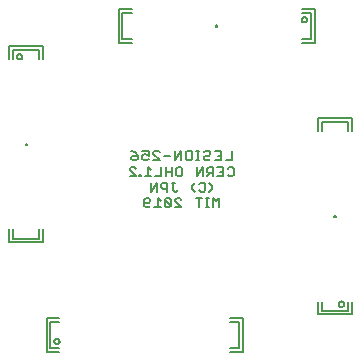
<source format=gbo>
G04 This is an RS-274x file exported by *
G04 gerbv version 2.6A *
G04 More information is available about gerbv at *
G04 http://gerbv.geda-project.org/ *
G04 --End of header info--*
%MOIN*%
%FSLAX36Y36*%
%IPPOS*%
G04 --Define apertures--*
%ADD10C,0.0060*%
%ADD11C,0.0070*%
%ADD12C,0.0050*%
G04 --Start main section--*
G54D10*
G01X0587870Y1511970D02*
G01X0587890Y1512290D01*
G01X0587890Y1512290D02*
G01X0587950Y1512600D01*
G01X0587950Y1512600D02*
G01X0588040Y1512910D01*
G01X0588040Y1512910D02*
G01X0588170Y1513200D01*
G01X0588170Y1513200D02*
G01X0588340Y1513470D01*
G01X0588340Y1513470D02*
G01X0588530Y1513720D01*
G01X0588530Y1513720D02*
G01X0588760Y1513950D01*
G01X0588760Y1513950D02*
G01X0589010Y1514140D01*
G01X0589010Y1514140D02*
G01X0589280Y1514310D01*
G01X0589280Y1514310D02*
G01X0589570Y1514440D01*
G01X0589570Y1514440D02*
G01X0589880Y1514530D01*
G01X0589880Y1514530D02*
G01X0590190Y1514590D01*
G01X0590190Y1514590D02*
G01X0590510Y1514610D01*
G01X0590510Y1514610D02*
G01X0590830Y1514590D01*
G01X0590830Y1514590D02*
G01X0591140Y1514530D01*
G01X0591140Y1514530D02*
G01X0591450Y1514440D01*
G01X0591450Y1514440D02*
G01X0591740Y1514310D01*
G01X0591740Y1514310D02*
G01X0592010Y1514140D01*
G01X0592010Y1514140D02*
G01X0592260Y1513950D01*
G01X0592260Y1513950D02*
G01X0592490Y1513720D01*
G01X0592490Y1513720D02*
G01X0592680Y1513470D01*
G01X0592680Y1513470D02*
G01X0592850Y1513200D01*
G01X0592850Y1513200D02*
G01X0592980Y1512910D01*
G01X0592980Y1512910D02*
G01X0593070Y1512600D01*
G01X0593070Y1512600D02*
G01X0593130Y1512290D01*
G01X0593130Y1512290D02*
G01X0593150Y1511970D01*
G01X0593150Y1511970D02*
G01X0593130Y1511650D01*
G01X0593130Y1511650D02*
G01X0593070Y1511340D01*
G01X0593070Y1511340D02*
G01X0592980Y1511030D01*
G01X0592980Y1511030D02*
G01X0592850Y1510740D01*
G01X0592850Y1510740D02*
G01X0592680Y1510470D01*
G01X0592680Y1510470D02*
G01X0592490Y1510220D01*
G01X0592490Y1510220D02*
G01X0592260Y1509990D01*
G01X0592260Y1509990D02*
G01X0592010Y1509800D01*
G01X0592010Y1509800D02*
G01X0591740Y1509630D01*
G01X0591740Y1509630D02*
G01X0591450Y1509500D01*
G01X0591450Y1509500D02*
G01X0591140Y1509410D01*
G01X0591140Y1509410D02*
G01X0590830Y1509350D01*
G01X0590830Y1509350D02*
G01X0590510Y1509330D01*
G01X0590510Y1509330D02*
G01X0590190Y1509350D01*
G01X0590190Y1509350D02*
G01X0589880Y1509410D01*
G01X0589880Y1509410D02*
G01X0589570Y1509500D01*
G01X0589570Y1509500D02*
G01X0589280Y1509630D01*
G01X0589280Y1509630D02*
G01X0589010Y1509800D01*
G01X0589010Y1509800D02*
G01X0588760Y1509990D01*
G01X0588760Y1509990D02*
G01X0588530Y1510220D01*
G01X0588530Y1510220D02*
G01X0588340Y1510470D01*
G01X0588340Y1510470D02*
G01X0588170Y1510740D01*
G01X0588170Y1510740D02*
G01X0588040Y1511030D01*
G01X0588040Y1511030D02*
G01X0587950Y1511340D01*
G01X0587950Y1511340D02*
G01X0587890Y1511650D01*
G01X0587890Y1511650D02*
G01X0587870Y1511970D01*
G01X1221930Y1905870D02*
G01X1221950Y1906190D01*
G01X1221950Y1906190D02*
G01X1222010Y1906500D01*
G01X1222010Y1906500D02*
G01X1222100Y1906810D01*
G01X1222100Y1906810D02*
G01X1222230Y1907100D01*
G01X1222230Y1907100D02*
G01X1222400Y1907370D01*
G01X1222400Y1907370D02*
G01X1222590Y1907620D01*
G01X1222590Y1907620D02*
G01X1222820Y1907850D01*
G01X1222820Y1907850D02*
G01X1223070Y1908040D01*
G01X1223070Y1908040D02*
G01X1223340Y1908210D01*
G01X1223340Y1908210D02*
G01X1223630Y1908340D01*
G01X1223630Y1908340D02*
G01X1223940Y1908430D01*
G01X1223940Y1908430D02*
G01X1224250Y1908490D01*
G01X1224250Y1908490D02*
G01X1224570Y1908510D01*
G01X1224570Y1908510D02*
G01X1224890Y1908490D01*
G01X1224890Y1908490D02*
G01X1225200Y1908430D01*
G01X1225200Y1908430D02*
G01X1225510Y1908340D01*
G01X1225510Y1908340D02*
G01X1225800Y1908210D01*
G01X1225800Y1908210D02*
G01X1226070Y1908040D01*
G01X1226070Y1908040D02*
G01X1226320Y1907850D01*
G01X1226320Y1907850D02*
G01X1226550Y1907620D01*
G01X1226550Y1907620D02*
G01X1226740Y1907370D01*
G01X1226740Y1907370D02*
G01X1226910Y1907100D01*
G01X1226910Y1907100D02*
G01X1227040Y1906810D01*
G01X1227040Y1906810D02*
G01X1227130Y1906500D01*
G01X1227130Y1906500D02*
G01X1227190Y1906190D01*
G01X1227190Y1906190D02*
G01X1227210Y1905870D01*
G01X1227210Y1905870D02*
G01X1227190Y1905550D01*
G01X1227190Y1905550D02*
G01X1227130Y1905240D01*
G01X1227130Y1905240D02*
G01X1227040Y1904930D01*
G01X1227040Y1904930D02*
G01X1226910Y1904640D01*
G01X1226910Y1904640D02*
G01X1226740Y1904370D01*
G01X1226740Y1904370D02*
G01X1226550Y1904120D01*
G01X1226550Y1904120D02*
G01X1226320Y1903890D01*
G01X1226320Y1903890D02*
G01X1226070Y1903700D01*
G01X1226070Y1903700D02*
G01X1225800Y1903530D01*
G01X1225800Y1903530D02*
G01X1225510Y1903400D01*
G01X1225510Y1903400D02*
G01X1225200Y1903310D01*
G01X1225200Y1903310D02*
G01X1224890Y1903250D01*
G01X1224890Y1903250D02*
G01X1224570Y1903230D01*
G01X1224570Y1903230D02*
G01X1224250Y1903250D01*
G01X1224250Y1903250D02*
G01X1223940Y1903310D01*
G01X1223940Y1903310D02*
G01X1223630Y1903400D01*
G01X1223630Y1903400D02*
G01X1223340Y1903530D01*
G01X1223340Y1903530D02*
G01X1223070Y1903700D01*
G01X1223070Y1903700D02*
G01X1222820Y1903890D01*
G01X1222820Y1903890D02*
G01X1222590Y1904120D01*
G01X1222590Y1904120D02*
G01X1222400Y1904370D01*
G01X1222400Y1904370D02*
G01X1222230Y1904640D01*
G01X1222230Y1904640D02*
G01X1222100Y1904930D01*
G01X1222100Y1904930D02*
G01X1222010Y1905240D01*
G01X1222010Y1905240D02*
G01X1221950Y1905550D01*
G01X1221950Y1905550D02*
G01X1221930Y1905870D01*
G01X1615820Y1271810D02*
G01X1615840Y1272130D01*
G01X1615840Y1272130D02*
G01X1615900Y1272440D01*
G01X1615900Y1272440D02*
G01X1615990Y1272750D01*
G01X1615990Y1272750D02*
G01X1616120Y1273040D01*
G01X1616120Y1273040D02*
G01X1616290Y1273310D01*
G01X1616290Y1273310D02*
G01X1616480Y1273560D01*
G01X1616480Y1273560D02*
G01X1616710Y1273790D01*
G01X1616710Y1273790D02*
G01X1616960Y1273980D01*
G01X1616960Y1273980D02*
G01X1617230Y1274150D01*
G01X1617230Y1274150D02*
G01X1617520Y1274280D01*
G01X1617520Y1274280D02*
G01X1617830Y1274370D01*
G01X1617830Y1274370D02*
G01X1618140Y1274430D01*
G01X1618140Y1274430D02*
G01X1618460Y1274450D01*
G01X1618460Y1274450D02*
G01X1618780Y1274430D01*
G01X1618780Y1274430D02*
G01X1619090Y1274370D01*
G01X1619090Y1274370D02*
G01X1619400Y1274280D01*
G01X1619400Y1274280D02*
G01X1619690Y1274150D01*
G01X1619690Y1274150D02*
G01X1619960Y1273980D01*
G01X1619960Y1273980D02*
G01X1620210Y1273790D01*
G01X1620210Y1273790D02*
G01X1620440Y1273560D01*
G01X1620440Y1273560D02*
G01X1620630Y1273310D01*
G01X1620630Y1273310D02*
G01X1620800Y1273040D01*
G01X1620800Y1273040D02*
G01X1620930Y1272750D01*
G01X1620930Y1272750D02*
G01X1621020Y1272440D01*
G01X1621020Y1272440D02*
G01X1621080Y1272130D01*
G01X1621080Y1272130D02*
G01X1621100Y1271810D01*
G01X1621100Y1271810D02*
G01X1621080Y1271490D01*
G01X1621080Y1271490D02*
G01X1621020Y1271180D01*
G01X1621020Y1271180D02*
G01X1620930Y1270870D01*
G01X1620930Y1270870D02*
G01X1620800Y1270580D01*
G01X1620800Y1270580D02*
G01X1620630Y1270310D01*
G01X1620630Y1270310D02*
G01X1620440Y1270060D01*
G01X1620440Y1270060D02*
G01X1620210Y1269830D01*
G01X1620210Y1269830D02*
G01X1619960Y1269640D01*
G01X1619960Y1269640D02*
G01X1619690Y1269470D01*
G01X1619690Y1269470D02*
G01X1619400Y1269340D01*
G01X1619400Y1269340D02*
G01X1619090Y1269250D01*
G01X1619090Y1269250D02*
G01X1618780Y1269190D01*
G01X1618780Y1269190D02*
G01X1618460Y1269170D01*
G01X1618460Y1269170D02*
G01X1618140Y1269190D01*
G01X1618140Y1269190D02*
G01X1617830Y1269250D01*
G01X1617830Y1269250D02*
G01X1617520Y1269340D01*
G01X1617520Y1269340D02*
G01X1617230Y1269470D01*
G01X1617230Y1269470D02*
G01X1616960Y1269640D01*
G01X1616960Y1269640D02*
G01X1616710Y1269830D01*
G01X1616710Y1269830D02*
G01X1616480Y1270060D01*
G01X1616480Y1270060D02*
G01X1616290Y1270310D01*
G01X1616290Y1270310D02*
G01X1616120Y1270580D01*
G01X1616120Y1270580D02*
G01X1615990Y1270870D01*
G01X1615990Y1270870D02*
G01X1615900Y1271180D01*
G01X1615900Y1271180D02*
G01X1615840Y1271490D01*
G01X1615840Y1271490D02*
G01X1615820Y1271810D01*
G54D11*
G01X1281790Y1410850D02*
G01X1276720Y1405780D01*
G01X1276720Y1405780D02*
G01X1266580Y1405780D01*
G01X1266580Y1405780D02*
G01X1261510Y1410850D01*
G01X1247350Y1405780D02*
G01X1247350Y1436210D01*
G01X1247350Y1436210D02*
G01X1227070Y1436210D01*
G01X1212910Y1436210D02*
G01X1197700Y1436210D01*
G01X1197700Y1436210D02*
G01X1192630Y1431140D01*
G01X1192630Y1431140D02*
G01X1192630Y1420990D01*
G01X1192630Y1420990D02*
G01X1197700Y1415920D01*
G01X1197700Y1415920D02*
G01X1212910Y1415920D01*
G01X1202770Y1415920D02*
G01X1192630Y1405780D01*
G01X1178480Y1405780D02*
G01X1178480Y1436210D01*
G01X1178480Y1436210D02*
G01X1158190Y1405780D01*
G01X1158190Y1405780D02*
G01X1158190Y1436210D01*
G01X1156650Y1458380D02*
G01X1167450Y1458380D01*
G01X1162050Y1458380D02*
G01X1162050Y1490780D01*
G01X1167450Y1490780D02*
G01X1156650Y1490780D01*
G01X1143280Y1485380D02*
G01X1143280Y1463780D01*
G01X1143280Y1463780D02*
G01X1137880Y1458380D01*
G01X1137880Y1458380D02*
G01X1127080Y1458380D01*
G01X1127080Y1458380D02*
G01X1121680Y1463780D01*
G01X1121680Y1463780D02*
G01X1121680Y1485380D01*
G01X1121680Y1485380D02*
G01X1127080Y1490780D01*
G01X1127080Y1490780D02*
G01X1137880Y1490780D01*
G01X1137880Y1490780D02*
G01X1143280Y1485380D01*
G01X1107030Y1490780D02*
G01X1107030Y1458380D01*
G01X1085430Y1458380D02*
G01X1085430Y1490780D01*
G01X1107030Y1490780D02*
G01X1085430Y1458380D01*
G01X1070780Y1474580D02*
G01X1049180Y1474580D01*
G01X1034530Y1485380D02*
G01X1029130Y1490780D01*
G01X1029130Y1490780D02*
G01X1018330Y1490780D01*
G01X1018330Y1490780D02*
G01X1012930Y1485380D01*
G01X1012930Y1485380D02*
G01X1012930Y1479980D01*
G01X1012930Y1479980D02*
G01X1034530Y1458380D01*
G01X1034530Y1458380D02*
G01X1012930Y1458380D01*
G01X0998280Y1463780D02*
G01X0992880Y1458380D01*
G01X0992880Y1458380D02*
G01X0982080Y1458380D01*
G01X0982080Y1458380D02*
G01X0976680Y1463780D01*
G01X0976680Y1463780D02*
G01X0976680Y1474580D01*
G01X0976680Y1474580D02*
G01X0982080Y1479980D01*
G01X0982080Y1479980D02*
G01X0987480Y1479980D01*
G01X0987480Y1479980D02*
G01X0998280Y1474580D01*
G01X0998280Y1474580D02*
G01X0998280Y1490780D01*
G01X0998280Y1490780D02*
G01X0976680Y1490780D01*
G01X0962030Y1474580D02*
G01X0945830Y1474580D01*
G01X0945830Y1474580D02*
G01X0940430Y1469180D01*
G01X0940430Y1469180D02*
G01X0940430Y1463780D01*
G01X0940430Y1463780D02*
G01X0945830Y1458380D01*
G01X0945830Y1458380D02*
G01X0956630Y1458380D01*
G01X0956630Y1458380D02*
G01X0962030Y1463780D01*
G01X0962030Y1463780D02*
G01X0962030Y1474580D01*
G01X0962030Y1474580D02*
G01X0951230Y1485380D01*
G01X0951230Y1485380D02*
G01X0940430Y1490780D01*
G01X0939410Y1436210D02*
G01X0949550Y1436210D01*
G01X0949550Y1436210D02*
G01X0954620Y1431140D01*
G01X0939410Y1436210D02*
G01X0934340Y1431140D01*
G01X0934340Y1431140D02*
G01X0934340Y1426060D01*
G01X0934340Y1426060D02*
G01X0954620Y1405780D01*
G01X0954620Y1405780D02*
G01X0934340Y1405780D01*
G01X0966770Y1405780D02*
G01X0971840Y1405780D01*
G01X0971840Y1405780D02*
G01X0971840Y1410850D01*
G01X0971840Y1410850D02*
G01X0966770Y1410850D01*
G01X0966770Y1410850D02*
G01X0966770Y1405780D01*
G01X0986000Y1405780D02*
G01X1006280Y1405780D01*
G01X0996140Y1405780D02*
G01X0996140Y1436210D01*
G01X0996140Y1436210D02*
G01X1006280Y1426060D01*
G01X1020440Y1405780D02*
G01X1040720Y1405780D01*
G01X1040720Y1405780D02*
G01X1040720Y1436210D01*
G01X1054870Y1436210D02*
G01X1054870Y1405780D01*
G01X1054870Y1420990D02*
G01X1075160Y1420990D01*
G01X1075160Y1405780D02*
G01X1075160Y1436210D01*
G01X1089310Y1431140D02*
G01X1089310Y1410850D01*
G01X1089310Y1410850D02*
G01X1094380Y1405780D01*
G01X1094380Y1405780D02*
G01X1104530Y1405780D01*
G01X1104530Y1405780D02*
G01X1109600Y1410850D01*
G01X1109600Y1410850D02*
G01X1109600Y1431140D01*
G01X1109600Y1431140D02*
G01X1104530Y1436210D01*
G01X1104530Y1436210D02*
G01X1094380Y1436210D01*
G01X1094380Y1436210D02*
G01X1089310Y1431140D01*
G01X1085110Y1384260D02*
G01X1074960Y1384260D01*
G01X1080030Y1384260D02*
G01X1080030Y1358900D01*
G01X1080030Y1358900D02*
G01X1085110Y1353830D01*
G01X1085110Y1353830D02*
G01X1090180Y1353830D01*
G01X1090180Y1353830D02*
G01X1095250Y1358900D01*
G01X1091510Y1332310D02*
G01X1101660Y1332310D01*
G01X1101660Y1332310D02*
G01X1106730Y1327240D01*
G01X1091510Y1332310D02*
G01X1086440Y1327240D01*
G01X1086440Y1327240D02*
G01X1086440Y1322170D01*
G01X1086440Y1322170D02*
G01X1106730Y1301890D01*
G01X1106730Y1301890D02*
G01X1086440Y1301890D01*
G01X1072290Y1306960D02*
G01X1072290Y1327240D01*
G01X1072290Y1327240D02*
G01X1067220Y1332310D01*
G01X1067220Y1332310D02*
G01X1057080Y1332310D01*
G01X1057080Y1332310D02*
G01X1052000Y1327240D01*
G01X1052000Y1327240D02*
G01X1072290Y1306960D01*
G01X1072290Y1306960D02*
G01X1067220Y1301890D01*
G01X1067220Y1301890D02*
G01X1057080Y1301890D01*
G01X1057080Y1301890D02*
G01X1052000Y1306960D01*
G01X1052000Y1306960D02*
G01X1052000Y1327240D01*
G01X1037850Y1322170D02*
G01X1027710Y1332310D01*
G01X1027710Y1332310D02*
G01X1027710Y1301890D01*
G01X1037850Y1301890D02*
G01X1017570Y1301890D01*
G01X1003410Y1306960D02*
G01X0998340Y1301890D01*
G01X0998340Y1301890D02*
G01X0988200Y1301890D01*
G01X0988200Y1301890D02*
G01X0983130Y1306960D01*
G01X0983130Y1306960D02*
G01X0983130Y1327240D01*
G01X0983130Y1327240D02*
G01X0988200Y1332310D01*
G01X0988200Y1332310D02*
G01X0998340Y1332310D01*
G01X0998340Y1332310D02*
G01X1003410Y1327240D01*
G01X1003410Y1327240D02*
G01X1003410Y1322170D01*
G01X1003410Y1322170D02*
G01X0998340Y1317100D01*
G01X0998340Y1317100D02*
G01X0983130Y1317100D01*
G01X1006090Y1353830D02*
G01X1006090Y1384260D01*
G01X1026370Y1384260D02*
G01X1006090Y1353830D01*
G01X1026370Y1353830D02*
G01X1026370Y1384260D01*
G01X1040520Y1379190D02*
G01X1040520Y1369050D01*
G01X1040520Y1369050D02*
G01X1045600Y1363970D01*
G01X1045600Y1363970D02*
G01X1060810Y1363970D01*
G01X1060810Y1353830D02*
G01X1060810Y1384260D01*
G01X1060810Y1384260D02*
G01X1045600Y1384260D01*
G01X1045600Y1384260D02*
G01X1040520Y1379190D01*
G01X1142500Y1374120D02*
G01X1142500Y1363970D01*
G01X1142500Y1363970D02*
G01X1152650Y1353830D01*
G01X1166800Y1358900D02*
G01X1171870Y1353830D01*
G01X1171870Y1353830D02*
G01X1182010Y1353830D01*
G01X1182010Y1353830D02*
G01X1187090Y1358900D01*
G01X1187090Y1358900D02*
G01X1187090Y1379190D01*
G01X1187090Y1379190D02*
G01X1182010Y1384260D01*
G01X1182010Y1384260D02*
G01X1171870Y1384260D01*
G01X1171870Y1384260D02*
G01X1166800Y1379190D01*
G01X1152650Y1384260D02*
G01X1142500Y1374120D01*
G01X1155320Y1332310D02*
G01X1175610Y1332310D01*
G01X1165460Y1332310D02*
G01X1165460Y1301890D01*
G01X1188420Y1301890D02*
G01X1198560Y1301890D01*
G01X1193490Y1301890D02*
G01X1193490Y1332310D01*
G01X1198560Y1332310D02*
G01X1188420Y1332310D01*
G01X1212720Y1332310D02*
G01X1212720Y1301890D01*
G01X1233000Y1301890D02*
G01X1233000Y1332310D01*
G01X1233000Y1332310D02*
G01X1222860Y1322170D01*
G01X1222860Y1322170D02*
G01X1212720Y1332310D01*
G01X1199900Y1353830D02*
G01X1210040Y1363970D01*
G01X1210040Y1363970D02*
G01X1210040Y1374120D01*
G01X1210040Y1374120D02*
G01X1199900Y1384260D01*
G01X1212910Y1405780D02*
G01X1212910Y1436210D01*
G01X1218350Y1458380D02*
G01X1239950Y1458380D01*
G01X1239950Y1458380D02*
G01X1239950Y1490780D01*
G01X1239950Y1490780D02*
G01X1218350Y1490780D01*
G01X1203700Y1485380D02*
G01X1203700Y1479980D01*
G01X1203700Y1479980D02*
G01X1198300Y1474580D01*
G01X1198300Y1474580D02*
G01X1187500Y1474580D01*
G01X1187500Y1474580D02*
G01X1182100Y1469180D01*
G01X1182100Y1469180D02*
G01X1182100Y1463780D01*
G01X1182100Y1463780D02*
G01X1187500Y1458380D01*
G01X1187500Y1458380D02*
G01X1198300Y1458380D01*
G01X1198300Y1458380D02*
G01X1203700Y1463780D01*
G01X1203700Y1485380D02*
G01X1198300Y1490780D01*
G01X1198300Y1490780D02*
G01X1187500Y1490780D01*
G01X1187500Y1490780D02*
G01X1182100Y1485380D01*
G01X1229150Y1474580D02*
G01X1239950Y1474580D01*
G01X1254610Y1458380D02*
G01X1276200Y1458380D01*
G01X1276200Y1458380D02*
G01X1276200Y1490780D01*
G01X1276720Y1436210D02*
G01X1281790Y1431140D01*
G01X1281790Y1431140D02*
G01X1281790Y1410850D01*
G01X1276720Y1436210D02*
G01X1266580Y1436210D01*
G01X1266580Y1436210D02*
G01X1261510Y1431140D01*
G01X1247350Y1420990D02*
G01X1237210Y1420990D01*
G01X1247350Y1405780D02*
G01X1227070Y1405780D01*
G54D12*
G01X0700940Y0821220D02*
G01X0657640Y0821220D01*
G01X0657640Y0821220D02*
G01X0657640Y0934610D01*
G01X0657640Y0934610D02*
G01X0700940Y0934610D01*
G01X0700940Y0921220D02*
G01X0669450Y0921220D01*
G01X0669450Y0921220D02*
G01X0669450Y0834610D01*
G01X0669450Y0834610D02*
G01X0700940Y0834610D01*
G01X0683210Y0856090D02*
G01X0683230Y0856690D01*
G01X0683230Y0856690D02*
G01X0683290Y0857280D01*
G01X0683290Y0857280D02*
G01X0683390Y0857870D01*
G01X0683390Y0857870D02*
G01X0683530Y0858450D01*
G01X0683530Y0858450D02*
G01X0683700Y0859020D01*
G01X0683700Y0859020D02*
G01X0683920Y0859580D01*
G01X0683920Y0859580D02*
G01X0684170Y0860120D01*
G01X0684170Y0860120D02*
G01X0684460Y0860650D01*
G01X0684460Y0860650D02*
G01X0684780Y0861150D01*
G01X0684780Y0861150D02*
G01X0685130Y0861630D01*
G01X0685130Y0861630D02*
G01X0685520Y0862090D01*
G01X0685520Y0862090D02*
G01X0685930Y0862520D01*
G01X0685930Y0862520D02*
G01X0686380Y0862920D01*
G01X0686380Y0862920D02*
G01X0686850Y0863290D01*
G01X0686850Y0863290D02*
G01X0687340Y0863630D01*
G01X0687340Y0863630D02*
G01X0687850Y0863930D01*
G01X0687850Y0863930D02*
G01X0688390Y0864200D01*
G01X0688390Y0864200D02*
G01X0688940Y0864430D01*
G01X0688940Y0864430D02*
G01X0689500Y0864630D01*
G01X0689500Y0864630D02*
G01X0690080Y0864790D01*
G01X0690080Y0864790D02*
G01X0690660Y0864910D01*
G01X0690660Y0864910D02*
G01X0691260Y0864990D01*
G01X0691260Y0864990D02*
G01X0691850Y0865030D01*
G01X0691850Y0865030D02*
G01X0692450Y0865030D01*
G01X0692450Y0865030D02*
G01X0693040Y0864990D01*
G01X0693040Y0864990D02*
G01X0693640Y0864910D01*
G01X0693640Y0864910D02*
G01X0694220Y0864790D01*
G01X0694220Y0864790D02*
G01X0694800Y0864630D01*
G01X0694800Y0864630D02*
G01X0695360Y0864430D01*
G01X0695360Y0864430D02*
G01X0695910Y0864200D01*
G01X0695910Y0864200D02*
G01X0696450Y0863930D01*
G01X0696450Y0863930D02*
G01X0696960Y0863630D01*
G01X0696960Y0863630D02*
G01X0697450Y0863290D01*
G01X0697450Y0863290D02*
G01X0697920Y0862920D01*
G01X0697920Y0862920D02*
G01X0698370Y0862520D01*
G01X0698370Y0862520D02*
G01X0698780Y0862090D01*
G01X0698780Y0862090D02*
G01X0699170Y0861630D01*
G01X0699170Y0861630D02*
G01X0699520Y0861150D01*
G01X0699520Y0861150D02*
G01X0699840Y0860650D01*
G01X0699840Y0860650D02*
G01X0700130Y0860120D01*
G01X0700130Y0860120D02*
G01X0700380Y0859580D01*
G01X0700380Y0859580D02*
G01X0700600Y0859020D01*
G01X0700600Y0859020D02*
G01X0700770Y0858450D01*
G01X0700770Y0858450D02*
G01X0700910Y0857870D01*
G01X0700910Y0857870D02*
G01X0701010Y0857280D01*
G01X0701010Y0857280D02*
G01X0701070Y0856690D01*
G01X0701070Y0856690D02*
G01X0701090Y0856090D01*
G01X0701090Y0856090D02*
G01X0701070Y0855490D01*
G01X0701070Y0855490D02*
G01X0701010Y0854900D01*
G01X0701010Y0854900D02*
G01X0700910Y0854310D01*
G01X0700910Y0854310D02*
G01X0700770Y0853730D01*
G01X0700770Y0853730D02*
G01X0700600Y0853160D01*
G01X0700600Y0853160D02*
G01X0700380Y0852600D01*
G01X0700380Y0852600D02*
G01X0700130Y0852060D01*
G01X0700130Y0852060D02*
G01X0699840Y0851530D01*
G01X0699840Y0851530D02*
G01X0699520Y0851030D01*
G01X0699520Y0851030D02*
G01X0699170Y0850550D01*
G01X0699170Y0850550D02*
G01X0698780Y0850090D01*
G01X0698780Y0850090D02*
G01X0698370Y0849660D01*
G01X0698370Y0849660D02*
G01X0697920Y0849260D01*
G01X0697920Y0849260D02*
G01X0697450Y0848890D01*
G01X0697450Y0848890D02*
G01X0696960Y0848550D01*
G01X0696960Y0848550D02*
G01X0696450Y0848250D01*
G01X0696450Y0848250D02*
G01X0695910Y0847980D01*
G01X0695910Y0847980D02*
G01X0695360Y0847750D01*
G01X0695360Y0847750D02*
G01X0694800Y0847550D01*
G01X0694800Y0847550D02*
G01X0694220Y0847390D01*
G01X0694220Y0847390D02*
G01X0693640Y0847270D01*
G01X0693640Y0847270D02*
G01X0693040Y0847190D01*
G01X0693040Y0847190D02*
G01X0692450Y0847150D01*
G01X0692450Y0847150D02*
G01X0691850Y0847150D01*
G01X0691850Y0847150D02*
G01X0691260Y0847190D01*
G01X0691260Y0847190D02*
G01X0690660Y0847270D01*
G01X0690660Y0847270D02*
G01X0690080Y0847390D01*
G01X0690080Y0847390D02*
G01X0689500Y0847550D01*
G01X0689500Y0847550D02*
G01X0688940Y0847750D01*
G01X0688940Y0847750D02*
G01X0688390Y0847980D01*
G01X0688390Y0847980D02*
G01X0687850Y0848250D01*
G01X0687850Y0848250D02*
G01X0687340Y0848550D01*
G01X0687340Y0848550D02*
G01X0686850Y0848890D01*
G01X0686850Y0848890D02*
G01X0686380Y0849260D01*
G01X0686380Y0849260D02*
G01X0685930Y0849660D01*
G01X0685930Y0849660D02*
G01X0685520Y0850090D01*
G01X0685520Y0850090D02*
G01X0685130Y0850550D01*
G01X0685130Y0850550D02*
G01X0684780Y0851030D01*
G01X0684780Y0851030D02*
G01X0684460Y0851530D01*
G01X0684460Y0851530D02*
G01X0684170Y0852060D01*
G01X0684170Y0852060D02*
G01X0683920Y0852600D01*
G01X0683920Y0852600D02*
G01X0683700Y0853160D01*
G01X0683700Y0853160D02*
G01X0683530Y0853730D01*
G01X0683530Y0853730D02*
G01X0683390Y0854310D01*
G01X0683390Y0854310D02*
G01X0683290Y0854900D01*
G01X0683290Y0854900D02*
G01X0683230Y0855490D01*
G01X0683230Y0855490D02*
G01X0683210Y0856090D01*
G01X0647200Y1185200D02*
G01X0533820Y1185200D01*
G01X0533820Y1185200D02*
G01X0533820Y1228500D01*
G01X0547200Y1228500D02*
G01X0547200Y1197010D01*
G01X0547200Y1197010D02*
G01X0633820Y1197010D01*
G01X0633820Y1197010D02*
G01X0633820Y1228500D01*
G01X0647200Y1228500D02*
G01X0647200Y1185200D01*
G01X0647200Y1795430D02*
G01X0647200Y1838740D01*
G01X0647200Y1838740D02*
G01X0533820Y1838740D01*
G01X0533820Y1838740D02*
G01X0533820Y1795430D01*
G01X0547200Y1795430D02*
G01X0547200Y1826930D01*
G01X0547200Y1826930D02*
G01X0633820Y1826930D01*
G01X0633820Y1826930D02*
G01X0633820Y1795430D01*
G01X0559750Y1804230D02*
G01X0559770Y1804830D01*
G01X0559770Y1804830D02*
G01X0559830Y1805420D01*
G01X0559830Y1805420D02*
G01X0559930Y1806010D01*
G01X0559930Y1806010D02*
G01X0560070Y1806590D01*
G01X0560070Y1806590D02*
G01X0560240Y1807160D01*
G01X0560240Y1807160D02*
G01X0560460Y1807720D01*
G01X0560460Y1807720D02*
G01X0560710Y1808260D01*
G01X0560710Y1808260D02*
G01X0561000Y1808790D01*
G01X0561000Y1808790D02*
G01X0561320Y1809290D01*
G01X0561320Y1809290D02*
G01X0561670Y1809770D01*
G01X0561670Y1809770D02*
G01X0562060Y1810230D01*
G01X0562060Y1810230D02*
G01X0562470Y1810660D01*
G01X0562470Y1810660D02*
G01X0562920Y1811060D01*
G01X0562920Y1811060D02*
G01X0563390Y1811430D01*
G01X0563390Y1811430D02*
G01X0563880Y1811770D01*
G01X0563880Y1811770D02*
G01X0564390Y1812070D01*
G01X0564390Y1812070D02*
G01X0564930Y1812340D01*
G01X0564930Y1812340D02*
G01X0565480Y1812570D01*
G01X0565480Y1812570D02*
G01X0566040Y1812770D01*
G01X0566040Y1812770D02*
G01X0566620Y1812930D01*
G01X0566620Y1812930D02*
G01X0567200Y1813050D01*
G01X0567200Y1813050D02*
G01X0567800Y1813130D01*
G01X0567800Y1813130D02*
G01X0568390Y1813170D01*
G01X0568390Y1813170D02*
G01X0568990Y1813170D01*
G01X0568990Y1813170D02*
G01X0569580Y1813130D01*
G01X0569580Y1813130D02*
G01X0570180Y1813050D01*
G01X0570180Y1813050D02*
G01X0570760Y1812930D01*
G01X0570760Y1812930D02*
G01X0571340Y1812770D01*
G01X0571340Y1812770D02*
G01X0571900Y1812570D01*
G01X0571900Y1812570D02*
G01X0572450Y1812340D01*
G01X0572450Y1812340D02*
G01X0572990Y1812070D01*
G01X0572990Y1812070D02*
G01X0573500Y1811770D01*
G01X0573500Y1811770D02*
G01X0573990Y1811430D01*
G01X0573990Y1811430D02*
G01X0574460Y1811060D01*
G01X0574460Y1811060D02*
G01X0574910Y1810660D01*
G01X0574910Y1810660D02*
G01X0575320Y1810230D01*
G01X0575320Y1810230D02*
G01X0575710Y1809770D01*
G01X0575710Y1809770D02*
G01X0576060Y1809290D01*
G01X0576060Y1809290D02*
G01X0576380Y1808790D01*
G01X0576380Y1808790D02*
G01X0576670Y1808260D01*
G01X0576670Y1808260D02*
G01X0576920Y1807720D01*
G01X0576920Y1807720D02*
G01X0577140Y1807160D01*
G01X0577140Y1807160D02*
G01X0577310Y1806590D01*
G01X0577310Y1806590D02*
G01X0577450Y1806010D01*
G01X0577450Y1806010D02*
G01X0577550Y1805420D01*
G01X0577550Y1805420D02*
G01X0577610Y1804830D01*
G01X0577610Y1804830D02*
G01X0577630Y1804230D01*
G01X0577630Y1804230D02*
G01X0577610Y1803630D01*
G01X0577610Y1803630D02*
G01X0577550Y1803040D01*
G01X0577550Y1803040D02*
G01X0577450Y1802450D01*
G01X0577450Y1802450D02*
G01X0577310Y1801870D01*
G01X0577310Y1801870D02*
G01X0577140Y1801300D01*
G01X0577140Y1801300D02*
G01X0576920Y1800740D01*
G01X0576920Y1800740D02*
G01X0576670Y1800200D01*
G01X0576670Y1800200D02*
G01X0576380Y1799670D01*
G01X0576380Y1799670D02*
G01X0576060Y1799170D01*
G01X0576060Y1799170D02*
G01X0575710Y1798690D01*
G01X0575710Y1798690D02*
G01X0575320Y1798230D01*
G01X0575320Y1798230D02*
G01X0574910Y1797800D01*
G01X0574910Y1797800D02*
G01X0574460Y1797400D01*
G01X0574460Y1797400D02*
G01X0573990Y1797030D01*
G01X0573990Y1797030D02*
G01X0573500Y1796690D01*
G01X0573500Y1796690D02*
G01X0572990Y1796390D01*
G01X0572990Y1796390D02*
G01X0572450Y1796120D01*
G01X0572450Y1796120D02*
G01X0571900Y1795890D01*
G01X0571900Y1795890D02*
G01X0571340Y1795690D01*
G01X0571340Y1795690D02*
G01X0570760Y1795530D01*
G01X0570760Y1795530D02*
G01X0570180Y1795410D01*
G01X0570180Y1795410D02*
G01X0569580Y1795330D01*
G01X0569580Y1795330D02*
G01X0568990Y1795290D01*
G01X0568990Y1795290D02*
G01X0568390Y1795290D01*
G01X0568390Y1795290D02*
G01X0567800Y1795330D01*
G01X0567800Y1795330D02*
G01X0567200Y1795410D01*
G01X0567200Y1795410D02*
G01X0566620Y1795530D01*
G01X0566620Y1795530D02*
G01X0566040Y1795690D01*
G01X0566040Y1795690D02*
G01X0565480Y1795890D01*
G01X0565480Y1795890D02*
G01X0564930Y1796120D01*
G01X0564930Y1796120D02*
G01X0564390Y1796390D01*
G01X0564390Y1796390D02*
G01X0563880Y1796690D01*
G01X0563880Y1796690D02*
G01X0563390Y1797030D01*
G01X0563390Y1797030D02*
G01X0562920Y1797400D01*
G01X0562920Y1797400D02*
G01X0562470Y1797800D01*
G01X0562470Y1797800D02*
G01X0562060Y1798230D01*
G01X0562060Y1798230D02*
G01X0561670Y1798690D01*
G01X0561670Y1798690D02*
G01X0561320Y1799170D01*
G01X0561320Y1799170D02*
G01X0561000Y1799670D01*
G01X0561000Y1799670D02*
G01X0560710Y1800200D01*
G01X0560710Y1800200D02*
G01X0560460Y1800740D01*
G01X0560460Y1800740D02*
G01X0560240Y1801300D01*
G01X0560240Y1801300D02*
G01X0560070Y1801870D01*
G01X0560070Y1801870D02*
G01X0559930Y1802450D01*
G01X0559930Y1802450D02*
G01X0559830Y1803040D01*
G01X0559830Y1803040D02*
G01X0559770Y1803630D01*
G01X0559770Y1803630D02*
G01X0559750Y1804230D01*
G01X0897800Y1849170D02*
G01X0941100Y1849170D01*
G01X0941100Y1862560D02*
G01X0909610Y1862560D01*
G01X0909610Y1862560D02*
G01X0909610Y1949170D01*
G01X0909610Y1949170D02*
G01X0941100Y1949170D01*
G01X0941100Y1962560D02*
G01X0897800Y1962560D01*
G01X0897800Y1962560D02*
G01X0897800Y1849170D01*
G01X1508030Y1849170D02*
G01X1551340Y1849170D01*
G01X1551340Y1849170D02*
G01X1551340Y1962560D01*
G01X1551340Y1962560D02*
G01X1508030Y1962560D01*
G01X1508030Y1949170D02*
G01X1539530Y1949170D01*
G01X1539530Y1949170D02*
G01X1539530Y1862560D01*
G01X1539530Y1862560D02*
G01X1508030Y1862560D01*
G01X1507890Y1927690D02*
G01X1507910Y1928290D01*
G01X1507910Y1928290D02*
G01X1507970Y1928880D01*
G01X1507970Y1928880D02*
G01X1508070Y1929470D01*
G01X1508070Y1929470D02*
G01X1508210Y1930050D01*
G01X1508210Y1930050D02*
G01X1508380Y1930620D01*
G01X1508380Y1930620D02*
G01X1508600Y1931180D01*
G01X1508600Y1931180D02*
G01X1508850Y1931720D01*
G01X1508850Y1931720D02*
G01X1509140Y1932250D01*
G01X1509140Y1932250D02*
G01X1509460Y1932750D01*
G01X1509460Y1932750D02*
G01X1509810Y1933230D01*
G01X1509810Y1933230D02*
G01X1510200Y1933690D01*
G01X1510200Y1933690D02*
G01X1510610Y1934120D01*
G01X1510610Y1934120D02*
G01X1511060Y1934520D01*
G01X1511060Y1934520D02*
G01X1511530Y1934890D01*
G01X1511530Y1934890D02*
G01X1512020Y1935230D01*
G01X1512020Y1935230D02*
G01X1512530Y1935530D01*
G01X1512530Y1935530D02*
G01X1513070Y1935800D01*
G01X1513070Y1935800D02*
G01X1513620Y1936030D01*
G01X1513620Y1936030D02*
G01X1514180Y1936230D01*
G01X1514180Y1936230D02*
G01X1514760Y1936390D01*
G01X1514760Y1936390D02*
G01X1515340Y1936510D01*
G01X1515340Y1936510D02*
G01X1515940Y1936590D01*
G01X1515940Y1936590D02*
G01X1516530Y1936630D01*
G01X1516530Y1936630D02*
G01X1517130Y1936630D01*
G01X1517130Y1936630D02*
G01X1517720Y1936590D01*
G01X1517720Y1936590D02*
G01X1518320Y1936510D01*
G01X1518320Y1936510D02*
G01X1518900Y1936390D01*
G01X1518900Y1936390D02*
G01X1519480Y1936230D01*
G01X1519480Y1936230D02*
G01X1520040Y1936030D01*
G01X1520040Y1936030D02*
G01X1520590Y1935800D01*
G01X1520590Y1935800D02*
G01X1521130Y1935530D01*
G01X1521130Y1935530D02*
G01X1521640Y1935230D01*
G01X1521640Y1935230D02*
G01X1522130Y1934890D01*
G01X1522130Y1934890D02*
G01X1522600Y1934520D01*
G01X1522600Y1934520D02*
G01X1523050Y1934120D01*
G01X1523050Y1934120D02*
G01X1523460Y1933690D01*
G01X1523460Y1933690D02*
G01X1523850Y1933230D01*
G01X1523850Y1933230D02*
G01X1524200Y1932750D01*
G01X1524200Y1932750D02*
G01X1524520Y1932250D01*
G01X1524520Y1932250D02*
G01X1524810Y1931720D01*
G01X1524810Y1931720D02*
G01X1525060Y1931180D01*
G01X1525060Y1931180D02*
G01X1525280Y1930620D01*
G01X1525280Y1930620D02*
G01X1525450Y1930050D01*
G01X1525450Y1930050D02*
G01X1525590Y1929470D01*
G01X1525590Y1929470D02*
G01X1525690Y1928880D01*
G01X1525690Y1928880D02*
G01X1525750Y1928290D01*
G01X1525750Y1928290D02*
G01X1525770Y1927690D01*
G01X1525770Y1927690D02*
G01X1525750Y1927090D01*
G01X1525750Y1927090D02*
G01X1525690Y1926500D01*
G01X1525690Y1926500D02*
G01X1525590Y1925910D01*
G01X1525590Y1925910D02*
G01X1525450Y1925330D01*
G01X1525450Y1925330D02*
G01X1525280Y1924760D01*
G01X1525280Y1924760D02*
G01X1525060Y1924200D01*
G01X1525060Y1924200D02*
G01X1524810Y1923660D01*
G01X1524810Y1923660D02*
G01X1524520Y1923130D01*
G01X1524520Y1923130D02*
G01X1524200Y1922630D01*
G01X1524200Y1922630D02*
G01X1523850Y1922150D01*
G01X1523850Y1922150D02*
G01X1523460Y1921690D01*
G01X1523460Y1921690D02*
G01X1523050Y1921260D01*
G01X1523050Y1921260D02*
G01X1522600Y1920860D01*
G01X1522600Y1920860D02*
G01X1522130Y1920490D01*
G01X1522130Y1920490D02*
G01X1521640Y1920150D01*
G01X1521640Y1920150D02*
G01X1521130Y1919850D01*
G01X1521130Y1919850D02*
G01X1520590Y1919580D01*
G01X1520590Y1919580D02*
G01X1520040Y1919350D01*
G01X1520040Y1919350D02*
G01X1519480Y1919150D01*
G01X1519480Y1919150D02*
G01X1518900Y1918990D01*
G01X1518900Y1918990D02*
G01X1518320Y1918870D01*
G01X1518320Y1918870D02*
G01X1517720Y1918790D01*
G01X1517720Y1918790D02*
G01X1517130Y1918750D01*
G01X1517130Y1918750D02*
G01X1516530Y1918750D01*
G01X1516530Y1918750D02*
G01X1515940Y1918790D01*
G01X1515940Y1918790D02*
G01X1515340Y1918870D01*
G01X1515340Y1918870D02*
G01X1514760Y1918990D01*
G01X1514760Y1918990D02*
G01X1514180Y1919150D01*
G01X1514180Y1919150D02*
G01X1513620Y1919350D01*
G01X1513620Y1919350D02*
G01X1513070Y1919580D01*
G01X1513070Y1919580D02*
G01X1512530Y1919850D01*
G01X1512530Y1919850D02*
G01X1512020Y1920150D01*
G01X1512020Y1920150D02*
G01X1511530Y1920490D01*
G01X1511530Y1920490D02*
G01X1511060Y1920860D01*
G01X1511060Y1920860D02*
G01X1510610Y1921260D01*
G01X1510610Y1921260D02*
G01X1510200Y1921690D01*
G01X1510200Y1921690D02*
G01X1509810Y1922150D01*
G01X1509810Y1922150D02*
G01X1509460Y1922630D01*
G01X1509460Y1922630D02*
G01X1509140Y1923130D01*
G01X1509140Y1923130D02*
G01X1508850Y1923660D01*
G01X1508850Y1923660D02*
G01X1508600Y1924200D01*
G01X1508600Y1924200D02*
G01X1508380Y1924760D01*
G01X1508380Y1924760D02*
G01X1508210Y1925330D01*
G01X1508210Y1925330D02*
G01X1508070Y1925910D01*
G01X1508070Y1925910D02*
G01X1507970Y1926500D01*
G01X1507970Y1926500D02*
G01X1507910Y1927090D01*
G01X1507910Y1927090D02*
G01X1507890Y1927690D01*
G01X1561770Y1598580D02*
G01X1561770Y1555280D01*
G01X1575160Y1555280D02*
G01X1575160Y1586770D01*
G01X1575160Y1586770D02*
G01X1661770Y1586770D01*
G01X1661770Y1586770D02*
G01X1661770Y1555280D01*
G01X1675160Y1555280D02*
G01X1675160Y1598580D01*
G01X1675160Y1598580D02*
G01X1561770Y1598580D01*
G01X1561770Y0988350D02*
G01X1561770Y0945040D01*
G01X1561770Y0945040D02*
G01X1675160Y0945040D01*
G01X1675160Y0945040D02*
G01X1675160Y0988350D01*
G01X1661770Y0988350D02*
G01X1661770Y0956850D01*
G01X1661770Y0956850D02*
G01X1575160Y0956850D01*
G01X1575160Y0956850D02*
G01X1575160Y0988350D01*
G01X1631340Y0979550D02*
G01X1631360Y0980150D01*
G01X1631360Y0980150D02*
G01X1631420Y0980740D01*
G01X1631420Y0980740D02*
G01X1631520Y0981330D01*
G01X1631520Y0981330D02*
G01X1631660Y0981910D01*
G01X1631660Y0981910D02*
G01X1631830Y0982480D01*
G01X1631830Y0982480D02*
G01X1632050Y0983040D01*
G01X1632050Y0983040D02*
G01X1632300Y0983580D01*
G01X1632300Y0983580D02*
G01X1632590Y0984110D01*
G01X1632590Y0984110D02*
G01X1632910Y0984610D01*
G01X1632910Y0984610D02*
G01X1633260Y0985090D01*
G01X1633260Y0985090D02*
G01X1633650Y0985550D01*
G01X1633650Y0985550D02*
G01X1634060Y0985980D01*
G01X1634060Y0985980D02*
G01X1634510Y0986380D01*
G01X1634510Y0986380D02*
G01X1634980Y0986750D01*
G01X1634980Y0986750D02*
G01X1635470Y0987090D01*
G01X1635470Y0987090D02*
G01X1635980Y0987390D01*
G01X1635980Y0987390D02*
G01X1636520Y0987660D01*
G01X1636520Y0987660D02*
G01X1637070Y0987890D01*
G01X1637070Y0987890D02*
G01X1637630Y0988090D01*
G01X1637630Y0988090D02*
G01X1638210Y0988250D01*
G01X1638210Y0988250D02*
G01X1638790Y0988370D01*
G01X1638790Y0988370D02*
G01X1639390Y0988450D01*
G01X1639390Y0988450D02*
G01X1639980Y0988490D01*
G01X1639980Y0988490D02*
G01X1640580Y0988490D01*
G01X1640580Y0988490D02*
G01X1641170Y0988450D01*
G01X1641170Y0988450D02*
G01X1641770Y0988370D01*
G01X1641770Y0988370D02*
G01X1642350Y0988250D01*
G01X1642350Y0988250D02*
G01X1642930Y0988090D01*
G01X1642930Y0988090D02*
G01X1643490Y0987890D01*
G01X1643490Y0987890D02*
G01X1644040Y0987660D01*
G01X1644040Y0987660D02*
G01X1644580Y0987390D01*
G01X1644580Y0987390D02*
G01X1645090Y0987090D01*
G01X1645090Y0987090D02*
G01X1645580Y0986750D01*
G01X1645580Y0986750D02*
G01X1646050Y0986380D01*
G01X1646050Y0986380D02*
G01X1646500Y0985980D01*
G01X1646500Y0985980D02*
G01X1646910Y0985550D01*
G01X1646910Y0985550D02*
G01X1647300Y0985090D01*
G01X1647300Y0985090D02*
G01X1647650Y0984610D01*
G01X1647650Y0984610D02*
G01X1647970Y0984110D01*
G01X1647970Y0984110D02*
G01X1648260Y0983580D01*
G01X1648260Y0983580D02*
G01X1648510Y0983040D01*
G01X1648510Y0983040D02*
G01X1648730Y0982480D01*
G01X1648730Y0982480D02*
G01X1648900Y0981910D01*
G01X1648900Y0981910D02*
G01X1649040Y0981330D01*
G01X1649040Y0981330D02*
G01X1649140Y0980740D01*
G01X1649140Y0980740D02*
G01X1649200Y0980150D01*
G01X1649200Y0980150D02*
G01X1649220Y0979550D01*
G01X1649220Y0979550D02*
G01X1649200Y0978950D01*
G01X1649200Y0978950D02*
G01X1649140Y0978360D01*
G01X1649140Y0978360D02*
G01X1649040Y0977770D01*
G01X1649040Y0977770D02*
G01X1648900Y0977190D01*
G01X1648900Y0977190D02*
G01X1648730Y0976620D01*
G01X1648730Y0976620D02*
G01X1648510Y0976060D01*
G01X1648510Y0976060D02*
G01X1648260Y0975520D01*
G01X1648260Y0975520D02*
G01X1647970Y0974990D01*
G01X1647970Y0974990D02*
G01X1647650Y0974490D01*
G01X1647650Y0974490D02*
G01X1647300Y0974010D01*
G01X1647300Y0974010D02*
G01X1646910Y0973550D01*
G01X1646910Y0973550D02*
G01X1646500Y0973120D01*
G01X1646500Y0973120D02*
G01X1646050Y0972720D01*
G01X1646050Y0972720D02*
G01X1645580Y0972350D01*
G01X1645580Y0972350D02*
G01X1645090Y0972010D01*
G01X1645090Y0972010D02*
G01X1644580Y0971710D01*
G01X1644580Y0971710D02*
G01X1644040Y0971440D01*
G01X1644040Y0971440D02*
G01X1643490Y0971210D01*
G01X1643490Y0971210D02*
G01X1642930Y0971010D01*
G01X1642930Y0971010D02*
G01X1642350Y0970850D01*
G01X1642350Y0970850D02*
G01X1641770Y0970730D01*
G01X1641770Y0970730D02*
G01X1641170Y0970650D01*
G01X1641170Y0970650D02*
G01X1640580Y0970610D01*
G01X1640580Y0970610D02*
G01X1639980Y0970610D01*
G01X1639980Y0970610D02*
G01X1639390Y0970650D01*
G01X1639390Y0970650D02*
G01X1638790Y0970730D01*
G01X1638790Y0970730D02*
G01X1638210Y0970850D01*
G01X1638210Y0970850D02*
G01X1637630Y0971010D01*
G01X1637630Y0971010D02*
G01X1637070Y0971210D01*
G01X1637070Y0971210D02*
G01X1636520Y0971440D01*
G01X1636520Y0971440D02*
G01X1635980Y0971710D01*
G01X1635980Y0971710D02*
G01X1635470Y0972010D01*
G01X1635470Y0972010D02*
G01X1634980Y0972350D01*
G01X1634980Y0972350D02*
G01X1634510Y0972720D01*
G01X1634510Y0972720D02*
G01X1634060Y0973120D01*
G01X1634060Y0973120D02*
G01X1633650Y0973550D01*
G01X1633650Y0973550D02*
G01X1633260Y0974010D01*
G01X1633260Y0974010D02*
G01X1632910Y0974490D01*
G01X1632910Y0974490D02*
G01X1632590Y0974990D01*
G01X1632590Y0974990D02*
G01X1632300Y0975520D01*
G01X1632300Y0975520D02*
G01X1632050Y0976060D01*
G01X1632050Y0976060D02*
G01X1631830Y0976620D01*
G01X1631830Y0976620D02*
G01X1631660Y0977190D01*
G01X1631660Y0977190D02*
G01X1631520Y0977770D01*
G01X1631520Y0977770D02*
G01X1631420Y0978360D01*
G01X1631420Y0978360D02*
G01X1631360Y0978950D01*
G01X1631360Y0978950D02*
G01X1631340Y0979550D01*
G01X1311180Y0934610D02*
G01X1311180Y0821220D01*
G01X1311180Y0821220D02*
G01X1267870Y0821220D01*
G01X1267870Y0834610D02*
G01X1299370Y0834610D01*
G01X1299370Y0834610D02*
G01X1299370Y0921220D01*
G01X1299370Y0921220D02*
G01X1267870Y0921220D01*
G01X1267870Y0934610D02*
G01X1311180Y0934610D01*
M02*

</source>
